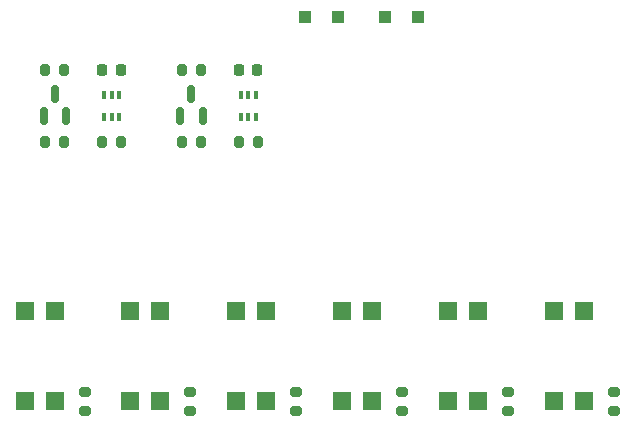
<source format=gbp>
%TF.GenerationSoftware,KiCad,Pcbnew,7.0.10*%
%TF.CreationDate,2024-02-13T14:16:50+07:00*%
%TF.ProjectId,AniSignage v2,416e6953-6967-46e6-9167-652076322e6b,rev?*%
%TF.SameCoordinates,Original*%
%TF.FileFunction,Paste,Bot*%
%TF.FilePolarity,Positive*%
%FSLAX46Y46*%
G04 Gerber Fmt 4.6, Leading zero omitted, Abs format (unit mm)*
G04 Created by KiCad (PCBNEW 7.0.10) date 2024-02-13 14:16:50*
%MOMM*%
%LPD*%
G01*
G04 APERTURE LIST*
G04 Aperture macros list*
%AMRoundRect*
0 Rectangle with rounded corners*
0 $1 Rounding radius*
0 $2 $3 $4 $5 $6 $7 $8 $9 X,Y pos of 4 corners*
0 Add a 4 corners polygon primitive as box body*
4,1,4,$2,$3,$4,$5,$6,$7,$8,$9,$2,$3,0*
0 Add four circle primitives for the rounded corners*
1,1,$1+$1,$2,$3*
1,1,$1+$1,$4,$5*
1,1,$1+$1,$6,$7*
1,1,$1+$1,$8,$9*
0 Add four rect primitives between the rounded corners*
20,1,$1+$1,$2,$3,$4,$5,0*
20,1,$1+$1,$4,$5,$6,$7,0*
20,1,$1+$1,$6,$7,$8,$9,0*
20,1,$1+$1,$8,$9,$2,$3,0*%
G04 Aperture macros list end*
%ADD10RoundRect,0.150000X0.150000X-0.587500X0.150000X0.587500X-0.150000X0.587500X-0.150000X-0.587500X0*%
%ADD11RoundRect,0.200000X0.275000X-0.200000X0.275000X0.200000X-0.275000X0.200000X-0.275000X-0.200000X0*%
%ADD12R,1.600000X1.600000*%
%ADD13RoundRect,0.200000X-0.200000X-0.275000X0.200000X-0.275000X0.200000X0.275000X-0.200000X0.275000X0*%
%ADD14RoundRect,0.200000X0.200000X0.275000X-0.200000X0.275000X-0.200000X-0.275000X0.200000X-0.275000X0*%
%ADD15RoundRect,0.225000X-0.225000X-0.250000X0.225000X-0.250000X0.225000X0.250000X-0.225000X0.250000X0*%
%ADD16R,0.400000X0.650000*%
%ADD17RoundRect,0.250000X0.300000X0.300000X-0.300000X0.300000X-0.300000X-0.300000X0.300000X-0.300000X0*%
G04 APERTURE END LIST*
D10*
%TO.C,Q4*%
X96566000Y-87915000D03*
X94666000Y-87915000D03*
X95616000Y-86040000D03*
%TD*%
D11*
%TO.C,R17*%
X98141000Y-112902000D03*
X98141000Y-111252000D03*
%TD*%
%TO.C,R19*%
X107106295Y-112902000D03*
X107106295Y-111252000D03*
%TD*%
D12*
%TO.C,U6*%
X122496885Y-112014000D03*
X119956885Y-112014000D03*
X119956885Y-104394000D03*
X122496885Y-104394000D03*
%TD*%
%TO.C,U8*%
X140427475Y-112014000D03*
X137887475Y-112014000D03*
X137887475Y-104394000D03*
X140427475Y-104394000D03*
%TD*%
D13*
%TO.C,R70*%
X106363000Y-84008000D03*
X108013000Y-84008000D03*
%TD*%
%TO.C,R72*%
X94791000Y-90104000D03*
X96441000Y-90104000D03*
%TD*%
D10*
%TO.C,Q3*%
X108138000Y-87915000D03*
X106238000Y-87915000D03*
X107188000Y-86040000D03*
%TD*%
D14*
%TO.C,R74*%
X101267000Y-90104000D03*
X99617000Y-90104000D03*
%TD*%
D11*
%TO.C,R25*%
X134002180Y-112902000D03*
X134002180Y-111252000D03*
%TD*%
%TO.C,R27*%
X142967475Y-112902000D03*
X142967475Y-111252000D03*
%TD*%
D14*
%TO.C,R71*%
X112839000Y-90104000D03*
X111189000Y-90104000D03*
%TD*%
D15*
%TO.C,C64*%
X99654000Y-84008000D03*
X101204000Y-84008000D03*
%TD*%
D16*
%TO.C,U15*%
X101092000Y-88006000D03*
X100442000Y-88006000D03*
X99792000Y-88006000D03*
X99792000Y-86106000D03*
X100442000Y-86106000D03*
X101092000Y-86106000D03*
%TD*%
D12*
%TO.C,U4*%
X104566295Y-112014000D03*
X102026295Y-112014000D03*
X102026295Y-104394000D03*
X104566295Y-104394000D03*
%TD*%
D16*
%TO.C,U14*%
X112664000Y-88006000D03*
X112014000Y-88006000D03*
X111364000Y-88006000D03*
X111364000Y-86106000D03*
X112014000Y-86106000D03*
X112664000Y-86106000D03*
%TD*%
D13*
%TO.C,R73*%
X94791000Y-84008000D03*
X96441000Y-84008000D03*
%TD*%
%TO.C,R69*%
X106363000Y-90104000D03*
X108013000Y-90104000D03*
%TD*%
D12*
%TO.C,U7*%
X131462180Y-112014000D03*
X128922180Y-112014000D03*
X128922180Y-104394000D03*
X131462180Y-104394000D03*
%TD*%
D17*
%TO.C,D22*%
X126368000Y-79502000D03*
X123568000Y-79502000D03*
%TD*%
D11*
%TO.C,R21*%
X116071590Y-112902000D03*
X116071590Y-111252000D03*
%TD*%
D12*
%TO.C,U5*%
X113531590Y-112014000D03*
X110991590Y-112014000D03*
X110991590Y-104394000D03*
X113531590Y-104394000D03*
%TD*%
D11*
%TO.C,R23*%
X125036885Y-112902000D03*
X125036885Y-111252000D03*
%TD*%
D15*
%TO.C,C63*%
X111226000Y-84008000D03*
X112776000Y-84008000D03*
%TD*%
D17*
%TO.C,D21*%
X119634000Y-79502000D03*
X116834000Y-79502000D03*
%TD*%
D12*
%TO.C,U3*%
X95601000Y-112014000D03*
X93061000Y-112014000D03*
X93061000Y-104394000D03*
X95601000Y-104394000D03*
%TD*%
M02*

</source>
